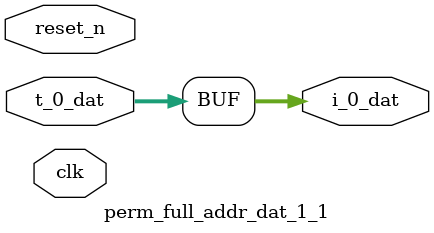
<source format=v>

module perm_full_addr_dat_1_1 (
    input  [67:0] t_0_dat,
    output [67:0] i_0_dat,
    input clk, reset_n
);

assign i_0_dat = t_0_dat;

endmodule

</source>
